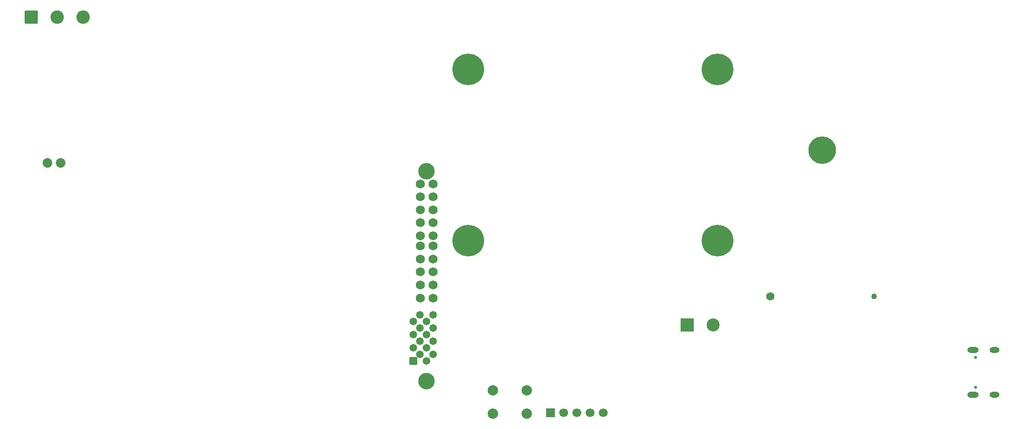
<source format=gbr>
%TF.GenerationSoftware,KiCad,Pcbnew,9.0.1+1*%
%TF.CreationDate,2025-11-25T15:18:51+00:00*%
%TF.ProjectId,nautilus_mainboard,6e617574-696c-4757-935f-6d61696e626f,rev?*%
%TF.SameCoordinates,Original*%
%TF.FileFunction,Soldermask,Bot*%
%TF.FilePolarity,Negative*%
%FSLAX46Y46*%
G04 Gerber Fmt 4.6, Leading zero omitted, Abs format (unit mm)*
G04 Created by KiCad (PCBNEW 9.0.1+1) date 2025-11-25 15:18:51*
%MOMM*%
%LPD*%
G01*
G04 APERTURE LIST*
G04 Aperture macros list*
%AMRoundRect*
0 Rectangle with rounded corners*
0 $1 Rounding radius*
0 $2 $3 $4 $5 $6 $7 $8 $9 X,Y pos of 4 corners*
0 Add a 4 corners polygon primitive as box body*
4,1,4,$2,$3,$4,$5,$6,$7,$8,$9,$2,$3,0*
0 Add four circle primitives for the rounded corners*
1,1,$1+$1,$2,$3*
1,1,$1+$1,$4,$5*
1,1,$1+$1,$6,$7*
1,1,$1+$1,$8,$9*
0 Add four rect primitives between the rounded corners*
20,1,$1+$1,$2,$3,$4,$5,0*
20,1,$1+$1,$4,$5,$6,$7,0*
20,1,$1+$1,$6,$7,$8,$9,0*
20,1,$1+$1,$8,$9,$2,$3,0*%
G04 Aperture macros list end*
%ADD10C,0.600000*%
%ADD11O,1.904000X1.104000*%
%ADD12O,2.204000X1.104000*%
%ADD13C,2.000000*%
%ADD14C,1.100000*%
%ADD15C,1.600000*%
%ADD16C,5.300000*%
%ADD17R,2.500000X2.500000*%
%ADD18C,2.500000*%
%ADD19C,1.854000*%
%ADD20RoundRect,0.250000X-1.050000X-1.050000X1.050000X-1.050000X1.050000X1.050000X-1.050000X1.050000X0*%
%ADD21C,2.600000*%
%ADD22R,1.700000X1.700000*%
%ADD23C,1.700000*%
%ADD24C,6.100000*%
%ADD25C,3.180000*%
%ADD26RoundRect,0.102000X-0.634000X0.634000X-0.634000X-0.634000X0.634000X-0.634000X0.634000X0.634000X0*%
%ADD27C,1.472000*%
%ADD28C,1.734000*%
G04 APERTURE END LIST*
D10*
%TO.C,J3*%
X257000000Y-163215000D03*
X257000000Y-157435000D03*
D11*
X260700000Y-164650000D03*
X260700000Y-156000000D03*
D12*
X256520000Y-164650000D03*
X256520000Y-156000000D03*
%TD*%
D13*
%TO.C,SW1*%
X164050000Y-163800000D03*
X170550000Y-163800000D03*
X164050000Y-168300000D03*
X170550000Y-168300000D03*
%TD*%
D14*
%TO.C,J6*%
X237500000Y-145725001D03*
D15*
X217500000Y-145725000D03*
D16*
X227500000Y-117475000D03*
%TD*%
D17*
%TO.C,LS1*%
X201500000Y-151200000D03*
D18*
X206500000Y-151200000D03*
%TD*%
D19*
%TO.C,J2*%
X78330000Y-119995000D03*
X80870000Y-119995000D03*
%TD*%
D20*
%TO.C,J5*%
X75145000Y-91840000D03*
D21*
X80145000Y-91840000D03*
X85145000Y-91840000D03*
%TD*%
D22*
%TO.C,J4*%
X175140000Y-168100000D03*
D23*
X177680000Y-168100000D03*
X180219999Y-168100000D03*
X182760000Y-168100000D03*
X185300000Y-168100000D03*
%TD*%
D24*
%TO.C,Module1*%
X159300001Y-134950000D03*
X207300000Y-134950000D03*
X159300000Y-101950000D03*
X207300000Y-101950000D03*
%TD*%
D25*
%TO.C,J7*%
X151280000Y-121540000D03*
X151280000Y-162010000D03*
D26*
X148740000Y-158170000D03*
D27*
X150010000Y-156900000D03*
X148740000Y-155630000D03*
X150010000Y-154360000D03*
X148740000Y-153090000D03*
X150010000Y-151820000D03*
X148740000Y-150550000D03*
X150010000Y-149280000D03*
X151280000Y-158170000D03*
X152550000Y-156900000D03*
X151280000Y-155630000D03*
X152550000Y-154360000D03*
X151280000Y-153090000D03*
X152550000Y-151820000D03*
X151280000Y-150550000D03*
X152550000Y-149280000D03*
D28*
X150050000Y-146000000D03*
X150050000Y-143500000D03*
X150050000Y-141000000D03*
X150050000Y-138500000D03*
X150050000Y-136000000D03*
X152550000Y-146000000D03*
X152550000Y-143500000D03*
X152550000Y-141000000D03*
X152550000Y-138500000D03*
X152550000Y-136000000D03*
X150050000Y-134000000D03*
X150050000Y-131500000D03*
X150050000Y-129000000D03*
X150050000Y-126500000D03*
X150050000Y-124000000D03*
X152550000Y-134000000D03*
X152550000Y-131500000D03*
X152550000Y-129000000D03*
X152550000Y-126500000D03*
X152550000Y-124000000D03*
%TD*%
M02*

</source>
